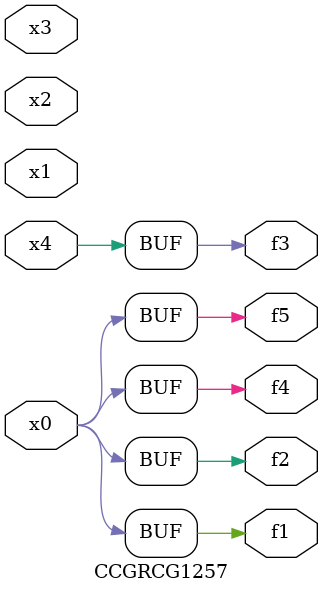
<source format=v>
module CCGRCG1257(
	input x0, x1, x2, x3, x4,
	output f1, f2, f3, f4, f5
);
	assign f1 = x0;
	assign f2 = x0;
	assign f3 = x4;
	assign f4 = x0;
	assign f5 = x0;
endmodule

</source>
